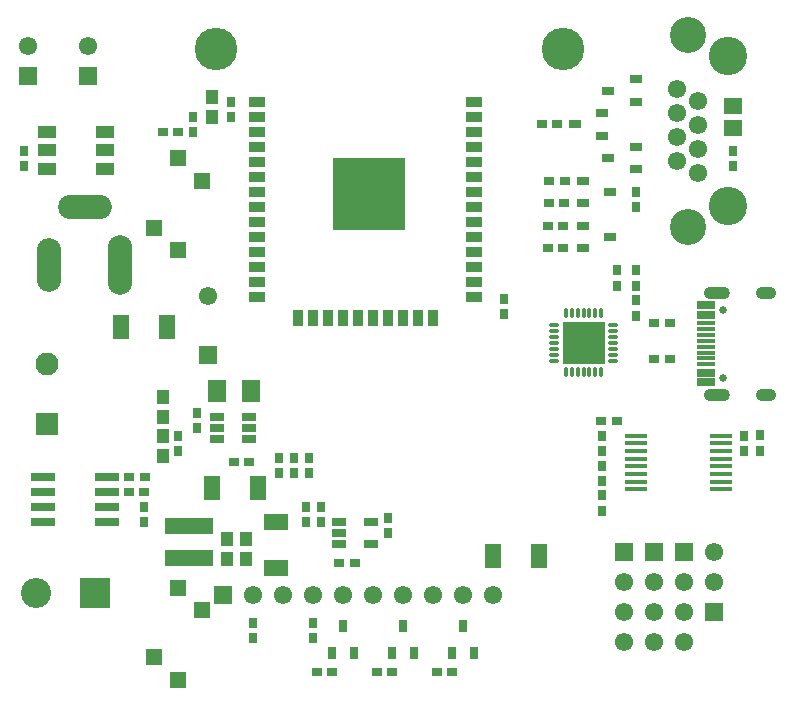
<source format=gbr>
G04 DipTrace 3.3.1.3*
G04 TopMask.gbr*
%MOIN*%
G04 #@! TF.FileFunction,Soldermask,Top*
G04 #@! TF.Part,Single*
%AMOUTLINE1*
4,1,4,
0.050213,-0.050213,
-0.050213,-0.050213,
-0.050213,0.050213,
0.050213,0.050213,
0.050213,-0.050213,
0*%
%AMOUTLINE4*
4,1,4,
0.029543,0.012811,
0.029543,-0.012811,
-0.029543,-0.012811,
-0.029543,0.012811,
0.029543,0.012811,
0*%
%AMOUTLINE7*
4,1,4,
0.029543,0.006906,
0.029543,-0.006906,
-0.029543,-0.006906,
-0.029543,0.006906,
0.029543,0.006906,
0*%
%AMOUTLINE10*
4,1,16,
-0.011924,0.020685,
-0.020797,0.01866,
-0.028003,0.012913,
-0.032003,0.004609,
-0.032003,-0.004609,
-0.028003,-0.012913,
-0.020797,-0.01866,
-0.011924,-0.020685,
0.011924,-0.020685,
0.020797,-0.01866,
0.028003,-0.012913,
0.032003,-0.004609,
0.032003,0.004609,
0.028003,0.012913,
0.020797,0.01866,
0.011924,0.020685,
-0.011924,0.020685,
0*%
%AMOUTLINE13*
4,1,16,
-0.021766,0.020685,
-0.03064,0.01866,
-0.037846,0.012913,
-0.041845,0.004609,
-0.041845,-0.004609,
-0.037846,-0.012913,
-0.03064,-0.01866,
-0.021766,-0.020685,
0.021766,-0.020685,
0.03064,-0.01866,
0.037846,-0.012913,
0.041845,-0.004609,
0.041845,0.004609,
0.037846,0.012913,
0.03064,0.01866,
0.021766,0.020685,
-0.021766,0.020685,
0*%
%AMOUTLINE16*
4,1,4,
0.026,-0.016748,
-0.026,-0.016748,
-0.026,0.016748,
0.026,0.016748,
0.026,-0.016748,
0*%
%AMOUTLINE19*
4,1,4,
-0.016748,-0.026,
-0.016748,0.026,
0.016748,0.026,
0.016748,-0.026,
-0.016748,-0.026,
0*%
%AMOUTLINE22*
4,1,4,
0.11911,-0.11911,
-0.11911,-0.11911,
-0.11911,0.11911,
0.11911,0.11911,
0.11911,-0.11911,
0*%
%ADD59C,0.025591*%
%ADD60C,0.127953*%
%ADD61C,0.14173*%
%ADD71R,0.08074X0.025622*%
%ADD73R,0.061055X0.04137*%
%ADD75R,0.072866X0.017748*%
%ADD77R,0.139795X0.139795*%
%ADD79O,0.013811X0.035465*%
%ADD81O,0.035465X0.013811*%
%ADD83R,0.045307X0.025622*%
%ADD85R,0.057118X0.057118*%
%ADD87R,0.027591X0.043339*%
%ADD89R,0.15948X0.053181*%
%ADD91C,0.12011*%
%ADD93C,0.100425*%
%ADD95O,0.179165X0.08074*%
%ADD97O,0.08074X0.179165*%
%ADD99O,0.08074X0.19885*%
%ADD101R,0.043339X0.027591*%
%ADD103R,0.061055X0.053181*%
%ADD105R,0.057118X0.084677*%
%ADD107C,0.076803*%
%ADD109R,0.076803X0.076803*%
%ADD111R,0.084677X0.057118*%
%ADD113R,0.064992X0.072866*%
%ADD115C,0.061055*%
%ADD117R,0.061055X0.061055*%
%ADD119R,0.029559X0.037433*%
%ADD121R,0.04137X0.045307*%
%ADD123R,0.037433X0.029559*%
%ADD131OUTLINE1*%
%ADD134OUTLINE4*%
%ADD137OUTLINE7*%
%ADD140OUTLINE10*%
%ADD143OUTLINE13*%
%ADD146OUTLINE16*%
%ADD149OUTLINE19*%
%ADD152OUTLINE22*%
%FSLAX26Y26*%
G04*
G70*
G90*
G75*
G01*
G04 TopMask*
%LPD*%
D123*
X900000Y800000D3*
X848819D3*
D121*
X775000Y1950000D3*
Y2016929D3*
D119*
X837500Y1950000D3*
Y2001181D3*
D121*
X887500Y475000D3*
Y541929D3*
X825000Y475000D3*
Y541929D3*
D119*
X1000000Y761319D3*
Y812500D3*
X1087500Y600000D3*
Y651181D3*
X1137500Y600000D3*
Y651181D3*
X1362500Y612500D3*
Y561319D3*
D117*
X762500Y1156249D3*
D115*
Y1353100D3*
D113*
X793750Y1037500D3*
X903986D3*
D123*
X662500Y1900000D3*
X611319D3*
D119*
X2600591Y888091D3*
Y836909D3*
X2550000Y887500D3*
Y836319D3*
X2187500Y1387500D3*
Y1438681D3*
X2125000Y1387500D3*
Y1438681D3*
X2187500Y1287500D3*
Y1338681D3*
X2075000Y887500D3*
Y836319D3*
Y787500D3*
Y736319D3*
D123*
X2125000Y937500D3*
X2073819D3*
D119*
X2075000Y637500D3*
Y688681D3*
X150000Y1837500D3*
Y1786319D3*
X662500Y887500D3*
Y836319D3*
D123*
X500000Y750000D3*
X551181D3*
D111*
X987500Y600000D3*
Y446462D3*
D109*
X225000Y925000D3*
D107*
Y1125000D3*
D105*
X625000Y1250000D3*
X471462D3*
X775000Y712500D3*
X928538D3*
X1712500Y487500D3*
X1866038D3*
D103*
X2512500Y1987303D3*
Y1912500D3*
D101*
X2187500Y2000000D3*
Y2074803D3*
X2096949Y2037402D3*
X2075000Y1887500D3*
Y1962303D3*
X1984449Y1924902D3*
X2187500Y1775000D3*
Y1849803D3*
X2096949Y1812402D3*
D99*
X468749Y1456251D3*
D97*
X232529D3*
D95*
X350639Y1649164D3*
D131*
X386425Y362000D3*
D93*
X189575D3*
D134*
X2422159Y1066047D3*
Y1097543D3*
D137*
Y1125102D3*
Y1144787D3*
Y1164472D3*
Y1184157D3*
Y1203843D3*
Y1223528D3*
Y1243213D3*
Y1262898D3*
D134*
Y1290457D3*
Y1321953D3*
D140*
X2622749Y1364079D3*
D143*
X2458182Y1023921D3*
Y1364079D3*
D140*
X2622749Y1023921D3*
D59*
X2479049Y1080220D3*
Y1307780D3*
D117*
X162500Y2087500D3*
D115*
Y2187500D3*
D117*
X2450000Y300000D3*
D115*
Y400000D3*
Y500000D3*
X2397000Y1762449D3*
X2326921Y1802606D3*
X2397000Y1842764D3*
X2326921Y1882921D3*
X2397000Y1923079D3*
X2326921Y1963236D3*
X2397000Y2003394D3*
X2326921Y2043551D3*
D91*
X2361961Y2222882D3*
Y1583118D3*
D60*
X2497000Y2153000D3*
Y1653000D3*
D117*
X2150000Y500000D3*
D115*
Y400000D3*
Y300000D3*
Y200000D3*
D117*
X2350000Y500000D3*
D115*
Y400000D3*
Y300000D3*
Y200000D3*
D117*
X812000Y356000D3*
D115*
X912000D3*
X1012000D3*
X1112000D3*
X1212000D3*
X1312000D3*
X1412000D3*
X1512000D3*
X1612000D3*
X1712000D3*
D117*
X2250000Y500000D3*
D115*
Y400000D3*
Y300000D3*
Y200000D3*
D117*
X362500Y2087500D3*
D115*
Y2187500D3*
D89*
X700000Y587500D3*
Y481201D3*
D146*
X925000Y2000000D3*
Y1950000D3*
Y1900000D3*
Y1850000D3*
Y1800000D3*
Y1750000D3*
Y1700000D3*
Y1650000D3*
Y1600000D3*
Y1550000D3*
Y1500000D3*
Y1450000D3*
Y1400000D3*
Y1350000D3*
D149*
X1062500Y1281251D3*
X1112500D3*
X1162500D3*
X1212500D3*
X1262500D3*
X1312500D3*
X1362500D3*
X1412500D3*
X1462500D3*
X1512500D3*
D146*
X1650000Y1350000D3*
Y1400000D3*
Y1450000D3*
Y1500000D3*
Y1550000D3*
Y1600000D3*
Y1650000D3*
Y1700000D3*
Y1750000D3*
Y1800000D3*
Y1850000D3*
Y1900000D3*
Y1950000D3*
Y2000000D3*
D152*
X1297391Y1693012D3*
D101*
X2012500Y1737500D3*
Y1662697D3*
X2103051Y1700098D3*
X2012500Y1587500D3*
Y1512697D3*
X2103051Y1550098D3*
D87*
X1175000Y162500D3*
X1249803D3*
X1212402Y253051D3*
X1375000Y162500D3*
X1449803D3*
X1412402Y253051D3*
X1575000Y162500D3*
X1649803D3*
X1612402Y253051D3*
D119*
X712500Y1950000D3*
Y1898819D3*
X1050000Y812500D3*
Y761319D3*
D123*
X1199409Y463091D3*
X1250591D3*
D119*
X725000Y962500D3*
Y911319D3*
X1100000Y761319D3*
Y812500D3*
X1750000Y1343749D3*
Y1292568D3*
D123*
X1950000Y1662500D3*
X1898819D3*
X1900000Y1737500D3*
X1951181D3*
D119*
X2512500Y1837500D3*
Y1786319D3*
D123*
X1895375Y1587500D3*
X1946556D3*
X2250000Y1262500D3*
X2301181D3*
X2250000Y1143749D3*
X2301181D3*
X1946556Y1512500D3*
X1895375D3*
D119*
X2187500Y1650000D3*
Y1701181D3*
X912500Y262500D3*
Y211319D3*
X1112500Y262500D3*
Y211319D3*
D123*
X1176181Y100000D3*
X1125000D3*
X1376181D3*
X1325000D3*
X1576181D3*
X1525000D3*
X1925591Y1925591D3*
X1874409D3*
D121*
X612500Y887500D3*
Y820571D3*
Y950000D3*
Y1016929D3*
D123*
X498819Y700000D3*
X550000D3*
D85*
X662500Y1812500D3*
Y1505413D3*
X583760Y1580217D3*
X741240Y1737697D3*
X662500Y381251D3*
Y74164D3*
X583760Y148967D3*
X741240Y306448D3*
D83*
X1200000Y600000D3*
Y562598D3*
Y525197D3*
X1306299D3*
Y600000D3*
X900000Y875000D3*
Y912402D3*
Y949803D3*
X793701D3*
Y912402D3*
Y875000D3*
D81*
X2112500Y1137500D3*
Y1157185D3*
Y1176870D3*
Y1196555D3*
Y1216240D3*
Y1235925D3*
Y1255610D3*
D79*
X2073130Y1294980D3*
X2053445D3*
X2033760D3*
X2014075D3*
X1994390D3*
X1974705D3*
X1955020D3*
D81*
X1915650Y1255610D3*
Y1235925D3*
Y1216240D3*
Y1196555D3*
Y1176870D3*
Y1157185D3*
Y1137500D3*
D79*
X1955020Y1098130D3*
X1974705D3*
X1994390D3*
X2014075D3*
X2033760D3*
X2053445D3*
X2073130D3*
D77*
X2014075Y1196555D3*
D75*
X2187500Y887500D3*
Y861909D3*
Y836319D3*
Y810728D3*
Y785138D3*
Y759547D3*
Y733957D3*
Y708366D3*
X2470965D3*
Y733957D3*
Y759547D3*
Y785138D3*
Y810728D3*
Y836319D3*
Y861909D3*
Y887500D3*
D73*
X225000Y1775000D3*
X417913D3*
Y1837992D3*
X225000D3*
Y1900984D3*
X417913D3*
D71*
X212500Y750000D3*
Y700000D3*
Y650000D3*
Y600000D3*
X425098D3*
Y650000D3*
Y700000D3*
Y750000D3*
D119*
X550000Y650000D3*
Y598819D3*
D61*
X787500Y2175000D3*
X1945000D3*
M02*

</source>
